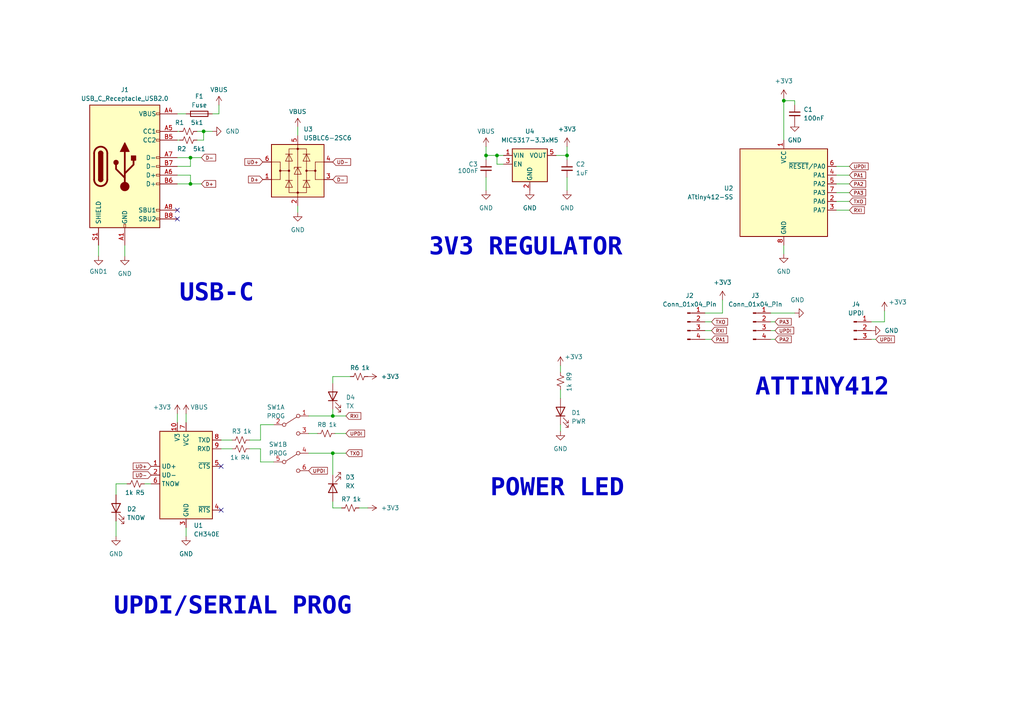
<source format=kicad_sch>
(kicad_sch (version 20230121) (generator eeschema)
  (paper "A4")
  (title_block (title "ATTiny412 Breakout") (date "2024-07-11") (rev "1.0"))
  (lib_symbols
    (symbol "Connector:Conn_01x03_Pin" (pin_names (offset 1.016) hide)
      (property "Reference" "J" (at 0 5.08 0))
      (property "Value" "Conn_01x03_Pin" (at 0 -5.08 0))
      (symbol "Conn_01x03_Pin_1_1"
        (polyline (pts (xy 1.27 -2.54) (xy 0.8636 -2.54)) (stroke (width 0.1524)))
        (polyline (pts (xy 1.27 0) (xy 0.8636 0)) (stroke (width 0.1524)))
        (polyline (pts (xy 1.27 2.54) (xy 0.8636 2.54)) (stroke (width 0.1524)))
        (rectangle (start 0.8636 -2.413) (end 0 -2.667) (stroke (width 0.1524)) (fill (type outline)))
        (rectangle (start 0.8636 0.127) (end 0 -0.127) (stroke (width 0.1524)) (fill (type outline)))
        (rectangle (start 0.8636 2.667) (end 0 2.413) (stroke (width 0.1524)) (fill (type outline)))
        (pin passive line (at 5.08 2.54 180) (length 3.81) (name "Pin_1") (number "1"))
        (pin passive line (at 5.08 0 180) (length 3.81) (name "Pin_2") (number "2"))
        (pin passive line (at 5.08 -2.54 180) (length 3.81) (name "Pin_3") (number "3"))
      )
    )
    (symbol "Connector:Conn_01x04_Pin" (pin_names (offset 1.016) hide)
      (property "Reference" "J" (at 0 5.08 0))
      (property "Value" "Conn_01x04_Pin" (at 0 -7.62 0))
      (symbol "Conn_01x04_Pin_1_1"
        (polyline (pts (xy 1.27 -5.08) (xy 0.8636 -5.08)) (stroke (width 0.1524)))
        (polyline (pts (xy 1.27 -2.54) (xy 0.8636 -2.54)) (stroke (width 0.1524)))
        (polyline (pts (xy 1.27 0) (xy 0.8636 0)) (stroke (width 0.1524)))
        (polyline (pts (xy 1.27 2.54) (xy 0.8636 2.54)) (stroke (width 0.1524)))
        (rectangle (start 0.8636 -4.953) (end 0 -5.207) (stroke (width 0.1524)) (fill (type outline)))
        (rectangle (start 0.8636 -2.413) (end 0 -2.667) (stroke (width 0.1524)) (fill (type outline)))
        (rectangle (start 0.8636 0.127) (end 0 -0.127) (stroke (width 0.1524)) (fill (type outline)))
        (rectangle (start 0.8636 2.667) (end 0 2.413) (stroke (width 0.1524)) (fill (type outline)))
        (pin passive line (at 5.08 2.54 180) (length 3.81) (name "Pin_1") (number "1"))
        (pin passive line (at 5.08 0 180) (length 3.81) (name "Pin_2") (number "2"))
        (pin passive line (at 5.08 -2.54 180) (length 3.81) (name "Pin_3") (number "3"))
        (pin passive line (at 5.08 -5.08 180) (length 3.81) (name "Pin_4") (number "4"))
      )
    )
    (symbol "Connector:USB_C_Receptacle_USB2.0" (pin_names (offset 1.016))
      (property "Reference" "J" (at -10.16 19.05 0))
      (property "Value" "USB_C_Receptacle_USB2.0" (at 19.05 19.05 0))
      (symbol "USB_C_Receptacle_USB2.0_0_0"
        (rectangle (start -0.254 -17.78) (end 0.254 -16.764))
        (rectangle (start 10.16 -14.986) (end 9.144 -15.494))
        (rectangle (start 10.16 -12.446) (end 9.144 -12.954))
        (rectangle (start 10.16 -4.826) (end 9.144 -5.334))
        (rectangle (start 10.16 -2.286) (end 9.144 -2.794))
        (rectangle (start 10.16 0.254) (end 9.144 -0.254))
        (rectangle (start 10.16 2.794) (end 9.144 2.286))
        (rectangle (start 10.16 7.874) (end 9.144 7.366))
        (rectangle (start 10.16 10.414) (end 9.144 9.906))
        (rectangle (start 10.16 15.494) (end 9.144 14.986))
      )
      (symbol "USB_C_Receptacle_USB2.0_0_1"
        (rectangle (start -10.16 17.78) (end 10.16 -17.78) (stroke (width 0.254)) (fill (type background)))
        (arc (start -8.89 -3.81) (mid -6.985 -5.7067) (end -5.08 -3.81) (stroke (width 0.508)))
        (arc (start -7.62 -3.81) (mid -6.985 -4.4423) (end -6.35 -3.81) (stroke (width 0.254)))
        (arc (start -7.62 -3.81) (mid -6.985 -4.4423) (end -6.35 -3.81) (stroke (width 0.254)) (fill (type outline)))
        (rectangle (start -7.62 -3.81) (end -6.35 3.81) (stroke (width 0.254)) (fill (type outline)))
        (arc (start -6.35 3.81) (mid -6.985 4.4423) (end -7.62 3.81) (stroke (width 0.254)))
        (arc (start -6.35 3.81) (mid -6.985 4.4423) (end -7.62 3.81) (stroke (width 0.254)) (fill (type outline)))
        (arc (start -5.08 3.81) (mid -6.985 5.7067) (end -8.89 3.81) (stroke (width 0.508)))
        (circle (center -2.54 1.143) (radius 0.635) (stroke (width 0.254)) (fill (type outline)))
        (circle (center 0 -5.842) (radius 1.27) (fill (type outline)))
        (polyline (pts (xy -8.89 -3.81) (xy -8.89 3.81)) (stroke (width 0.508)))
        (polyline (pts (xy -5.08 3.81) (xy -5.08 -3.81)) (stroke (width 0.508)))
        (polyline (pts (xy 0 -5.842) (xy 0 4.318)) (stroke (width 0.508)))
        (polyline (pts (xy 0 -3.302) (xy -2.54 -0.762) (xy -2.54 0.508)) (stroke (width 0.508)))
        (polyline (pts (xy 0 -2.032) (xy 2.54 0.508) (xy 2.54 1.778)) (stroke (width 0.508)))
        (polyline (pts (xy -1.27 4.318) (xy 0 6.858) (xy 1.27 4.318) (xy -1.27 4.318)) (stroke (width 0.254)) (fill (type outline)))
        (rectangle (start 1.905 1.778) (end 3.175 3.048) (stroke (width 0.254)) (fill (type outline)))
      )
      (symbol "USB_C_Receptacle_USB2.0_1_1"
        (pin passive line (at 0 -22.86 90) (length 5.08) (name "GND") (number "A1"))
        (pin passive line (at 0 -22.86 90) (length 5.08) hide (name "GND") (number "A12"))
        (pin passive line (at 15.24 15.24 180) (length 5.08) (name "VBUS") (number "A4"))
        (pin bidirectional line (at 15.24 10.16 180) (length 5.08) (name "CC1") (number "A5"))
        (pin bidirectional line (at 15.24 -2.54 180) (length 5.08) (name "D+") (number "A6"))
        (pin bidirectional line (at 15.24 2.54 180) (length 5.08) (name "D-") (number "A7"))
        (pin bidirectional line (at 15.24 -12.7 180) (length 5.08) (name "SBU1") (number "A8"))
        (pin passive line (at 15.24 15.24 180) (length 5.08) hide (name "VBUS") (number "A9"))
        (pin passive line (at 0 -22.86 90) (length 5.08) hide (name "GND") (number "B1"))
        (pin passive line (at 0 -22.86 90) (length 5.08) hide (name "GND") (number "B12"))
        (pin passive line (at 15.24 15.24 180) (length 5.08) hide (name "VBUS") (number "B4"))
        (pin bidirectional line (at 15.24 7.62 180) (length 5.08) (name "CC2") (number "B5"))
        (pin bidirectional line (at 15.24 -5.08 180) (length 5.08) (name "D+") (number "B6"))
        (pin bidirectional line (at 15.24 0 180) (length 5.08) (name "D-") (number "B7"))
        (pin bidirectional line (at 15.24 -15.24 180) (length 5.08) (name "SBU2") (number "B8"))
        (pin passive line (at 15.24 15.24 180) (length 5.08) hide (name "VBUS") (number "B9"))
        (pin passive line (at -7.62 -22.86 90) (length 5.08) (name "SHIELD") (number "S1"))
      )
    )
    (symbol "Device:C_Small" (pin_numbers hide) (pin_names (offset 0.254) hide)
      (property "Reference" "C" (at 0.254 1.778 0))
      (property "Value" "C_Small" (at 0.254 -2.032 0))
      (symbol "C_Small_0_1"
        (polyline (pts (xy -1.524 -0.508) (xy 1.524 -0.508)) (stroke (width 0.3302)))
        (polyline (pts (xy -1.524 0.508) (xy 1.524 0.508)) (stroke (width 0.3048)))
      )
      (symbol "C_Small_1_1"
        (pin passive line (at 0 2.54 270) (length 2.032) (name "~") (number "1"))
        (pin passive line (at 0 -2.54 90) (length 2.032) (name "~") (number "2"))
      )
    )
    (symbol "Device:Fuse" (pin_numbers hide) (pin_names (offset 0))
      (property "Reference" "F" (at 2.032 0 90))
      (property "Value" "Fuse" (at -1.905 0 90))
      (symbol "Fuse_0_1"
        (rectangle (start -0.762 -2.54) (end 0.762 2.54) (stroke (width 0.254)))
        (polyline (pts (xy 0 2.54) (xy 0 -2.54)))
      )
      (symbol "Fuse_1_1"
        (pin passive line (at 0 3.81 270) (length 1.27) (name "~") (number "1"))
        (pin passive line (at 0 -3.81 90) (length 1.27) (name "~") (number "2"))
      )
    )
    (symbol "Device:LED" (pin_numbers hide) (pin_names (offset 1.016) hide)
      (property "Reference" "D" (at 0 2.54 0))
      (property "Value" "LED" (at 0 -2.54 0))
      (symbol "LED_0_1"
        (polyline (pts (xy -1.27 -1.27) (xy -1.27 1.27)) (stroke (width 0.254)))
        (polyline (pts (xy -1.27 0) (xy 1.27 0)))
        (polyline (pts (xy 1.27 -1.27) (xy 1.27 1.27) (xy -1.27 0) (xy 1.27 -1.27)) (stroke (width 0.254)))
        (polyline (pts (xy -3.048 -0.762) (xy -4.572 -2.286) (xy -3.81 -2.286) (xy -4.572 -2.286) (xy -4.572 -1.524)))
        (polyline (pts (xy -1.778 -0.762) (xy -3.302 -2.286) (xy -2.54 -2.286) (xy -3.302 -2.286) (xy -3.302 -1.524)))
      )
      (symbol "LED_1_1"
        (pin passive line (at -3.81 0 0) (length 2.54) (name "K") (number "1"))
        (pin passive line (at 3.81 0 180) (length 2.54) (name "A") (number "2"))
      )
    )
    (symbol "Device:R_Small_US" (pin_numbers hide) (pin_names (offset 0.254) hide)
      (property "Reference" "R" (at 0.762 0.508 0))
      (property "Value" "R_Small_US" (at 0.762 -1.016 0))
      (symbol "R_Small_US_1_1"
        (polyline (pts (xy 0 0) (xy 1.016 -0.381) (xy 0 -0.762) (xy -1.016 -1.143) (xy 0 -1.524)))
        (polyline (pts (xy 0 1.524) (xy 1.016 1.143) (xy 0 0.762) (xy -1.016 0.381) (xy 0 0)))
        (pin passive line (at 0 2.54 270) (length 1.016) (name "~") (number "1"))
        (pin passive line (at 0 -2.54 90) (length 1.016) (name "~") (number "2"))
      )
    )
    (symbol "Interface_USB:CH340E"
      (property "Reference" "U" (at -5.08 13.97 0))
      (property "Value" "CH340E" (at 1.27 13.97 0))
      (symbol "CH340E_0_1"
        (rectangle (start -7.62 12.7) (end 7.62 -12.7) (stroke (width 0.254)) (fill (type background)))
      )
      (symbol "CH340E_1_1"
        (pin bidirectional line (at -10.16 2.54 0) (length 2.54) (name "UD+") (number "1"))
        (pin passive line (at -2.54 15.24 270) (length 2.54) (name "V3") (number "10"))
        (pin bidirectional line (at -10.16 0 0) (length 2.54) (name "UD-") (number "2"))
        (pin power_in line (at 0 -15.24 90) (length 2.54) (name "GND") (number "3"))
        (pin output line (at 10.16 -10.16 180) (length 2.54) (name "~{RTS}") (number "4"))
        (pin input line (at 10.16 2.54 180) (length 2.54) (name "~{CTS}") (number "5"))
        (pin output line (at -10.16 -2.54 0) (length 2.54) (name "TNOW") (number "6"))
        (pin power_in line (at 0 15.24 270) (length 2.54) (name "VCC") (number "7"))
        (pin output line (at 10.16 10.16 180) (length 2.54) (name "TXD") (number "8"))
        (pin input line (at 10.16 7.62 180) (length 2.54) (name "RXD") (number "9"))
      )
    )
    (symbol "MCU_Microchip_ATtiny:ATtiny412-SS"
      (property "Reference" "U" (at -12.7 13.97 0))
      (property "Value" "ATtiny412-SS" (at 2.54 -13.97 0))
      (symbol "ATtiny412-SS_0_1"
        (rectangle (start -12.7 -12.7) (end 12.7 12.7) (stroke (width 0.254)) (fill (type background)))
      )
      (symbol "ATtiny412-SS_1_1"
        (pin power_in line (at 0 15.24 270) (length 2.54) (name "VCC") (number "1"))
        (pin bidirectional line (at 15.24 -2.54 180) (length 2.54) (name "PA6") (number "2"))
        (pin bidirectional line (at 15.24 -5.08 180) (length 2.54) (name "PA7") (number "3"))
        (pin bidirectional line (at 15.24 5.08 180) (length 2.54) (name "PA1") (number "4"))
        (pin bidirectional line (at 15.24 2.54 180) (length 2.54) (name "PA2") (number "5"))
        (pin bidirectional line (at 15.24 7.62 180) (length 2.54) (name "~{RESET}/PA0") (number "6"))
        (pin bidirectional line (at 15.24 0 180) (length 2.54) (name "PA3") (number "7"))
        (pin power_in line (at 0 -15.24 90) (length 2.54) (name "GND") (number "8"))
      )
    )
    (symbol "Power_Protection:USBLC6-2SC6" (pin_names hide)
      (property "Reference" "U" (at 2.54 8.89 0))
      (property "Value" "USBLC6-2SC6" (at 2.54 -8.89 0))
      (symbol "USBLC6-2SC6_0_1"
        (rectangle (start -7.62 -7.62) (end 7.62 7.62) (stroke (width 0.254)) (fill (type background)))
        (circle (center -5.08 0) (radius 0.254) (fill (type outline)))
        (circle (center -2.54 0) (radius 0.254) (fill (type outline)))
        (rectangle (start -2.54 6.35) (end 2.54 -6.35))
        (circle (center 0 -6.35) (radius 0.254) (fill (type outline)))
        (polyline (pts (xy -5.08 -2.54) (xy -7.62 -2.54)))
        (polyline (pts (xy -5.08 0) (xy -5.08 -2.54)))
        (polyline (pts (xy -5.08 2.54) (xy -7.62 2.54)))
        (polyline (pts (xy -1.524 -2.794) (xy -3.556 -2.794)))
        (polyline (pts (xy -1.524 4.826) (xy -3.556 4.826)))
        (polyline (pts (xy 0 -7.62) (xy 0 -6.35)))
        (polyline (pts (xy 0 -6.35) (xy 0 1.27)))
        (polyline (pts (xy 0 1.27) (xy 0 6.35)))
        (polyline (pts (xy 0 6.35) (xy 0 7.62)))
        (polyline (pts (xy 1.524 -2.794) (xy 3.556 -2.794)))
        (polyline (pts (xy 1.524 4.826) (xy 3.556 4.826)))
        (polyline (pts (xy 5.08 -2.54) (xy 7.62 -2.54)))
        (polyline (pts (xy 5.08 0) (xy 5.08 -2.54)))
        (polyline (pts (xy 5.08 2.54) (xy 7.62 2.54)))
        (polyline (pts (xy -2.54 0) (xy -5.08 0) (xy -5.08 2.54)))
        (polyline (pts (xy 2.54 0) (xy 5.08 0) (xy 5.08 2.54)))
        (polyline (pts (xy -3.556 -4.826) (xy -1.524 -4.826) (xy -2.54 -2.794) (xy -3.556 -4.826)))
        (polyline (pts (xy -3.556 2.794) (xy -1.524 2.794) (xy -2.54 4.826) (xy -3.556 2.794)))
        (polyline (pts (xy -1.016 -1.016) (xy 1.016 -1.016) (xy 0 1.016) (xy -1.016 -1.016)))
        (polyline (pts (xy 1.016 1.016) (xy 0.762 1.016) (xy -1.016 1.016) (xy -1.016 0.508)))
        (polyline (pts (xy 3.556 -4.826) (xy 1.524 -4.826) (xy 2.54 -2.794) (xy 3.556 -4.826)))
        (polyline (pts (xy 3.556 2.794) (xy 1.524 2.794) (xy 2.54 4.826) (xy 3.556 2.794)))
        (circle (center 0 6.35) (radius 0.254) (fill (type outline)))
        (circle (center 2.54 0) (radius 0.254) (fill (type outline)))
        (circle (center 5.08 0) (radius 0.254) (fill (type outline)))
      )
      (symbol "USBLC6-2SC6_1_1"
        (pin passive line (at -10.16 -2.54 0) (length 2.54) (name "I/O1") (number "1"))
        (pin passive line (at 0 -10.16 90) (length 2.54) (name "GND") (number "2"))
        (pin passive line (at 10.16 -2.54 180) (length 2.54) (name "I/O2") (number "3"))
        (pin passive line (at 10.16 2.54 180) (length 2.54) (name "I/O2") (number "4"))
        (pin passive line (at 0 10.16 270) (length 2.54) (name "VBUS") (number "5"))
        (pin passive line (at -10.16 2.54 0) (length 2.54) (name "I/O1") (number "6"))
      )
    )
    (symbol "Regulator_Linear:MIC5317-3.3xM5" (pin_names (offset 0.254))
      (property "Reference" "U" (at -6.35 6.35 0))
      (property "Value" "MIC5317-3.3xM5" (at 0 6.35 0))
      (symbol "MIC5317-3.3xM5_0_1"
        (rectangle (start -5.08 4.445) (end 5.08 -5.08) (stroke (width 0.254)) (fill (type background)))
      )
      (symbol "MIC5317-3.3xM5_1_1"
        (pin power_in line (at -7.62 2.54 0) (length 2.54) (name "VIN") (number "1"))
        (pin power_in line (at 0 -7.62 90) (length 2.54) (name "GND") (number "2"))
        (pin input line (at -7.62 0 0) (length 2.54) (name "EN") (number "3"))
        (pin no_connect line (at 5.08 0 180) (length 2.54) hide (name "NC") (number "4"))
        (pin power_out line (at 7.62 2.54 180) (length 2.54) (name "VOUT") (number "5"))
      )
    )
    (symbol "Switch:SW_DPDT_x2" (pin_names (offset 0) hide)
      (property "Reference" "SW" (at 0 4.318 0))
      (property "Value" "SW_DPDT_x2" (at 0 -5.08 0))
      (symbol "SW_DPDT_x2_0_0"
        (circle (center -2.032 0) (radius 0.508))
        (circle (center 2.032 -2.54) (radius 0.508))
      )
      (symbol "SW_DPDT_x2_0_1"
        (polyline (pts (xy -1.524 0.254) (xy 1.651 2.286)))
        (circle (center 2.032 2.54) (radius 0.508))
      )
      (symbol "SW_DPDT_x2_1_1"
        (pin passive line (at 5.08 2.54 180) (length 2.54) (name "A") (number "1"))
        (pin passive line (at -5.08 0 0) (length 2.54) (name "B") (number "2"))
        (pin passive line (at 5.08 -2.54 180) (length 2.54) (name "C") (number "3"))
      )
      (symbol "SW_DPDT_x2_2_1"
        (pin passive line (at 5.08 2.54 180) (length 2.54) (name "A") (number "4"))
        (pin passive line (at -5.08 0 0) (length 2.54) (name "B") (number "5"))
        (pin passive line (at 5.08 -2.54 180) (length 2.54) (name "C") (number "6"))
      )
    )
    (symbol "power:+3V3" (power) (pin_names (offset 0))
      (property "Value" "+3V3" (at 0 3.556 0))
      (symbol "+3V3_0_1"
        (polyline (pts (xy -0.762 1.27) (xy 0 2.54)))
        (polyline (pts (xy 0 0) (xy 0 2.54)))
        (polyline (pts (xy 0 2.54) (xy 0.762 1.27)))
      )
      (symbol "+3V3_1_1"
        (pin power_in line (at 0 0 90) (length 0) hide (name "+3V3") (number "1"))
      )
    )
    (symbol "power:GND" (power) (pin_names (offset 0))
      (property "Value" "GND" (at 0 -3.81 0))
      (symbol "GND_0_1"
        (polyline (pts (xy 0 0) (xy 0 -1.27) (xy 1.27 -1.27) (xy 0 -2.54) (xy -1.27 -1.27) (xy 0 -1.27)))
      )
      (symbol "GND_1_1"
        (pin power_in line (at 0 0 270) (length 0) hide (name "GND") (number "1"))
      )
    )
    (symbol "power:GND1" (power) (pin_names (offset 0))
      (property "Value" "GND1" (at 0 -3.81 0))
      (symbol "GND1_0_1"
        (polyline (pts (xy 0 0) (xy 0 -1.27) (xy 1.27 -1.27) (xy 0 -2.54) (xy -1.27 -1.27) (xy 0 -1.27)))
      )
      (symbol "GND1_1_1"
        (pin power_in line (at 0 0 270) (length 0) hide (name "GND1") (number "1"))
      )
    )
    (symbol "power:VBUS" (power) (pin_names (offset 0))
      (property "Value" "VBUS" (at 0 3.81 0))
      (symbol "VBUS_0_1"
        (polyline (pts (xy -0.762 1.27) (xy 0 2.54)))
        (polyline (pts (xy 0 0) (xy 0 2.54)))
        (polyline (pts (xy 0 2.54) (xy 0.762 1.27)))
      )
      (symbol "VBUS_1_1"
        (pin power_in line (at 0 0 90) (length 0) hide (name "VBUS") (number "1"))
      )
    )
  )
  (junction (at 55.245 53.34))
  (junction (at 96.52 131.445))
  (junction (at 144.145 45.085))
  (junction (at 140.97 45.085))
  (junction (at 227.33 29.21))
  (junction (at 55.245 45.72))
  (junction (at 96.52 120.65))
  (junction (at 164.465 45.085))
  (junction (at 59.055 38.1))
  (no_connect (at 51.435 63.5))
  (no_connect (at 64.135 135.255))
  (no_connect (at 64.135 147.955))
  (no_connect (at 51.435 60.96))
  (wire (pts (xy 164.465 45.085) (xy 164.465 46.355)))
  (wire (pts (xy 164.465 42.545) (xy 164.465 45.085)))
  (wire (pts (xy 52.07 40.64) (xy 51.435 40.64)))
  (wire (pts (xy 61.595 33.02) (xy 63.5 33.02)))
  (wire (pts (xy 230.505 90.805) (xy 223.52 90.805)))
  (wire (pts (xy 246.38 58.42) (xy 242.57 58.42)))
  (wire (pts (xy 162.56 115.57) (xy 162.56 113.03)))
  (wire (pts (xy 246.38 55.88) (xy 242.57 55.88)))
  (wire (pts (xy 96.52 109.22) (xy 101.6 109.22)))
  (wire (pts (xy 96.52 120.65) (xy 100.33 120.65)))
  (wire (pts (xy 227.33 29.21) (xy 227.33 40.64)))
  (wire (pts (xy 75.565 133.985) (xy 79.375 133.985)))
  (wire (pts (xy 140.97 42.545) (xy 140.97 45.085)))
  (wire (pts (xy 51.435 48.26) (xy 55.245 48.26)))
  (wire (pts (xy 79.375 123.19) (xy 75.565 123.19)))
  (wire (pts (xy 33.655 140.335) (xy 33.655 143.51)))
  (wire (pts (xy 224.79 95.885) (xy 223.52 95.885)))
  (wire (pts (xy 254 98.425) (xy 252.73 98.425)))
  (wire (pts (xy 57.15 38.1) (xy 59.055 38.1)))
  (wire (pts (xy 161.29 45.085) (xy 164.465 45.085)))
  (wire (pts (xy 51.435 120.015) (xy 51.435 122.555)))
  (wire (pts (xy 96.52 131.445) (xy 96.52 137.795)))
  (wire (pts (xy 209.55 90.805) (xy 209.55 86.995)))
  (wire (pts (xy 162.56 125.095) (xy 162.56 123.19)))
  (wire (pts (xy 96.52 118.745) (xy 96.52 120.65)))
  (wire (pts (xy 59.055 38.1) (xy 61.595 38.1)))
  (wire (pts (xy 52.07 38.1) (xy 51.435 38.1)))
  (wire (pts (xy 28.575 74.295) (xy 28.575 71.12)))
  (wire (pts (xy 55.245 50.8) (xy 55.245 53.34)))
  (wire (pts (xy 246.38 50.8) (xy 242.57 50.8)))
  (wire (pts (xy 256.54 93.345) (xy 256.54 90.17)))
  (wire (pts (xy 96.52 147.32) (xy 96.52 145.415)))
  (wire (pts (xy 36.83 140.335) (xy 33.655 140.335)))
  (wire (pts (xy 92.075 125.73) (xy 89.535 125.73)))
  (wire (pts (xy 144.145 45.085) (xy 140.97 45.085)))
  (wire (pts (xy 53.975 155.575) (xy 53.975 153.035)))
  (wire (pts (xy 246.38 48.26) (xy 242.57 48.26)))
  (wire (pts (xy 206.375 93.345) (xy 204.47 93.345)))
  (wire (pts (xy 33.655 155.575) (xy 33.655 151.13)))
  (wire (pts (xy 96.52 131.445) (xy 100.33 131.445)))
  (wire (pts (xy 75.565 123.19) (xy 75.565 127.635)))
  (wire (pts (xy 55.245 53.34) (xy 58.42 53.34)))
  (wire (pts (xy 72.39 130.175) (xy 75.565 130.175)))
  (wire (pts (xy 144.145 47.625) (xy 144.145 45.085)))
  (wire (pts (xy 41.91 140.335) (xy 43.815 140.335)))
  (wire (pts (xy 86.36 36.83) (xy 86.36 39.37)))
  (wire (pts (xy 227.33 73.66) (xy 227.33 71.12)))
  (wire (pts (xy 224.79 98.425) (xy 223.52 98.425)))
  (wire (pts (xy 89.535 120.65) (xy 96.52 120.65)))
  (wire (pts (xy 140.97 45.085) (xy 140.97 46.355)))
  (wire (pts (xy 252.73 93.345) (xy 256.54 93.345)))
  (wire (pts (xy 246.38 53.34) (xy 242.57 53.34)))
  (wire (pts (xy 206.375 98.425) (xy 204.47 98.425)))
  (wire (pts (xy 51.435 50.8) (xy 55.245 50.8)))
  (wire (pts (xy 246.38 60.96) (xy 242.57 60.96)))
  (wire (pts (xy 224.79 93.345) (xy 223.52 93.345)))
  (wire (pts (xy 59.055 40.64) (xy 59.055 38.1)))
  (wire (pts (xy 227.33 28.575) (xy 227.33 29.21)))
  (wire (pts (xy 72.39 127.635) (xy 75.565 127.635)))
  (wire (pts (xy 230.505 29.21) (xy 230.505 30.48)))
  (wire (pts (xy 146.05 47.625) (xy 144.145 47.625)))
  (wire (pts (xy 104.14 147.32) (xy 106.68 147.32)))
  (wire (pts (xy 99.06 147.32) (xy 96.52 147.32)))
  (wire (pts (xy 206.375 95.885) (xy 204.47 95.885)))
  (wire (pts (xy 204.47 90.805) (xy 209.55 90.805)))
  (wire (pts (xy 55.245 53.34) (xy 51.435 53.34)))
  (wire (pts (xy 67.31 127.635) (xy 64.135 127.635)))
  (wire (pts (xy 100.33 125.73) (xy 97.155 125.73)))
  (wire (pts (xy 57.15 40.64) (xy 59.055 40.64)))
  (wire (pts (xy 63.5 33.02) (xy 63.5 30.48)))
  (wire (pts (xy 162.56 107.95) (xy 162.56 106.045)))
  (wire (pts (xy 53.975 33.02) (xy 51.435 33.02)))
  (wire (pts (xy 164.465 51.435) (xy 164.465 55.245)))
  (wire (pts (xy 96.52 109.22) (xy 96.52 111.125)))
  (wire (pts (xy 36.195 74.295) (xy 36.195 71.12)))
  (wire (pts (xy 55.245 45.72) (xy 55.245 48.26)))
  (wire (pts (xy 227.33 29.21) (xy 230.505 29.21)))
  (wire (pts (xy 51.435 45.72) (xy 55.245 45.72)))
  (wire (pts (xy 55.245 45.72) (xy 58.42 45.72)))
  (wire (pts (xy 53.975 120.015) (xy 53.975 122.555)))
  (wire (pts (xy 75.565 130.175) (xy 75.565 133.985)))
  (wire (pts (xy 64.135 130.175) (xy 67.31 130.175)))
  (wire (pts (xy 146.05 45.085) (xy 144.145 45.085)))
  (wire (pts (xy 86.36 61.595) (xy 86.36 59.69)))
  (wire (pts (xy 140.97 55.245) (xy 140.97 51.435)))
  (wire (pts (xy 89.535 131.445) (xy 96.52 131.445)))
  (text "ATTINY412" (at 219.075 116.84 0) (effects (font (size 5.12 5.12) (thickness 1.024) bold) (justify left bottom)))
  (text "3V3 REGULATOR" (at 124.46 76.2 0) (effects (font (size 5.12 5.12) (thickness 1.024) bold) (justify left bottom)))
  (text "POWER LED" (at 142.24 146.05 0) (effects (font (size 5.12 5.12) (thickness 1.024) bold) (justify left bottom)))
  (text "USB-C" (at 52.07 89.535 0) (effects (font (size 5.12 5.12) (thickness 1.024) bold) (justify left bottom)))
  (text "UPDI/SERIAL PROG" (at 33.02 180.34 0) (effects (font (size 5.12 5.12) (thickness 1.024) bold) (justify left bottom)))
  (global_label "PA1" (shape input) (at 246.38 50.8 0) (effects (font (size 1 1))) (property "Intersheetrefs" "${INTERSHEET_REFS}" (effects hide)))
  (global_label "UD-" (shape input) (at 96.52 46.99 0) (effects (font (size 1 1))) (property "Intersheetrefs" "${INTERSHEET_REFS}" (effects hide)))
  (global_label "TXO" (shape input) (at 206.375 93.345 0) (effects (font (size 1 1))) (property "Intersheetrefs" "${INTERSHEET_REFS}" (effects hide)))
  (global_label "UPDI" (shape input) (at 246.38 48.26 0) (effects (font (size 1 1))) (property "Intersheetrefs" "${INTERSHEET_REFS}" (effects hide)))
  (global_label "D-" (shape input) (at 58.42 45.72 0) (effects (font (size 1 1))) (property "Intersheetrefs" "${INTERSHEET_REFS}" (effects hide)))
  (global_label "TXO" (shape input) (at 100.33 131.445 0) (effects (font (size 1 1))) (property "Intersheetrefs" "${INTERSHEET_REFS}" (effects hide)))
  (global_label "PA2" (shape input) (at 246.38 53.34 0) (effects (font (size 1 1))) (property "Intersheetrefs" "${INTERSHEET_REFS}" (effects hide)))
  (global_label "UPDI" (shape input) (at 89.535 136.525 0) (effects (font (size 1 1))) (property "Intersheetrefs" "${INTERSHEET_REFS}" (effects hide)))
  (global_label "UPDI" (shape input) (at 224.79 95.885 0) (effects (font (size 1 1))) (property "Intersheetrefs" "${INTERSHEET_REFS}" (effects hide)))
  (global_label "PA3" (shape input) (at 224.79 93.345 0) (effects (font (size 1 1))) (property "Intersheetrefs" "${INTERSHEET_REFS}" (effects hide)))
  (global_label "UPDI" (shape input) (at 100.33 125.73 0) (effects (font (size 1 1))) (property "Intersheetrefs" "${INTERSHEET_REFS}" (effects hide)))
  (global_label "D+" (shape input) (at 58.42 53.34 0) (effects (font (size 1 1))) (property "Intersheetrefs" "${INTERSHEET_REFS}" (effects hide)))
  (global_label "RXI" (shape input) (at 100.33 120.65 0) (effects (font (size 1 1))) (property "Intersheetrefs" "${INTERSHEET_REFS}" (effects hide)))
  (global_label "D-" (shape input) (at 96.52 52.07 0) (effects (font (size 1 1))) (property "Intersheetrefs" "${INTERSHEET_REFS}" (effects hide)))
  (global_label "UD+" (shape input) (at 76.2 46.99 180) (effects (font (size 1 1))) (property "Intersheetrefs" "${INTERSHEET_REFS}" (effects hide)))
  (global_label "RXI" (shape input) (at 246.38 60.96 0) (effects (font (size 1 1))) (property "Intersheetrefs" "${INTERSHEET_REFS}" (effects hide)))
  (global_label "RXI" (shape input) (at 206.375 95.885 0) (effects (font (size 1 1))) (property "Intersheetrefs" "${INTERSHEET_REFS}" (effects hide)))
  (global_label "PA1" (shape input) (at 206.375 98.425 0) (effects (font (size 1 1))) (property "Intersheetrefs" "${INTERSHEET_REFS}" (effects hide)))
  (global_label "UD-" (shape input) (at 43.815 137.795 180) (effects (font (size 1 1))) (property "Intersheetrefs" "${INTERSHEET_REFS}" (effects hide)))
  (global_label "D+" (shape input) (at 76.2 52.07 180) (effects (font (size 1 1))) (property "Intersheetrefs" "${INTERSHEET_REFS}" (effects hide)))
  (global_label "UD+" (shape input) (at 43.815 135.255 180) (effects (font (size 1 1))) (property "Intersheetrefs" "${INTERSHEET_REFS}" (effects hide)))
  (global_label "PA2" (shape input) (at 224.79 98.425 0) (effects (font (size 1 1))) (property "Intersheetrefs" "${INTERSHEET_REFS}" (effects hide)))
  (global_label "PA3" (shape input) (at 246.38 55.88 0) (effects (font (size 1 1))) (property "Intersheetrefs" "${INTERSHEET_REFS}" (effects hide)))
  (global_label "TXO" (shape input) (at 246.38 58.42 0) (effects (font (size 1 1))) (property "Intersheetrefs" "${INTERSHEET_REFS}" (effects hide)))
  (global_label "UPDI" (shape input) (at 254 98.425 0) (effects (font (size 1 1))) (property "Intersheetrefs" "${INTERSHEET_REFS}" (effects hide)))
  (symbol (lib_id "Device:R_Small_US") (at 69.85 130.175 270) (unit 1)
    (property "Reference" "R4" (at 71.12 132.715 90))
    (property "Value" "1k" (at 67.945 132.715 90))
    (property "Footprint" "Resistor_SMD:R_0603_1608Metric" (effects hide))
    (property "Datasheet" "https://www.yageo.com/upload/media/product/products/datasheet/rchip/PYu-RC_Group_51_RoHS_L_12.pdf" (effects hide))
  )
  (symbol (lib_id "power:GND") (at 252.73 95.885 90) (unit 1)
    (property "Reference" "#PWR026" (effects hide))
    (property "Value" "GND" (at 256.54 95.885 90) (effects (justify right)))
  )
  (symbol (lib_id "Switch:SW_DPDT_x2") (at 84.455 133.985 0) (unit 2)
    (property "Reference" "SW1" (at 80.645 128.905 0))
    (property "Value" "PROG" (at 80.645 131.445 0))
    (property "Footprint" "ELonginus:SMD DPDT Toggle SS-3235S-L1" (effects hide))
    (property "Datasheet" "https://www.lcsc.com/datasheet/lcsc_datasheet_2110111230_XKB-Connection-SS-3235S-L1_C500055.pdf" (effects hide))
  )
  (symbol (lib_id "Device:LED") (at 96.52 114.935 90) (unit 1)
    (property "Reference" "D4" (at 100.33 115.2525 90) (effects (justify right)))
    (property "Value" "TX" (at 100.33 117.7925 90) (effects (justify right)))
    (property "Footprint" "LED_SMD:LED_0603_1608Metric" (effects hide))
    (property "Datasheet" "https://www.we-online.com/components/products/datasheet/150060BS75000.pdf" (effects hide))
  )
  (symbol (lib_id "Connector:Conn_01x04_Pin") (at 199.39 93.345 0) (unit 1)
    (property "Reference" "J2" (at 200.025 85.725 0))
    (property "Value" "Conn_01x04_Pin" (at 200.025 88.265 0))
    (property "Footprint" "Connector_PinHeader_2.54mm:PinHeader_1x04_P2.54mm_Vertical" (effects hide))
  )
  (symbol (lib_id "Device:C_Small") (at 230.505 33.02 0) (unit 1)
    (property "Reference" "C1" (at 233.045 31.7563 0) (effects (justify left)))
    (property "Value" "100nF" (at 233.045 34.2963 0) (effects (justify left)))
    (property "Footprint" "Capacitor_SMD:C_0603_1608Metric" (effects hide))
    (property "Datasheet" "https://www.yageo.com/upload/media/product/productsearch/datasheet/mlcc/UPY-GPHC_X7R_6.3V-to-250V_24.pdf" (effects hide))
  )
  (symbol (lib_id "power:+3V3") (at 106.68 147.32 270) (unit 1)
    (property "Reference" "#PWR012" (effects hide))
    (property "Value" "+3V3" (at 110.49 147.32 90) (effects (justify left)))
  )
  (symbol (lib_id "Device:Fuse") (at 57.785 33.02 90) (unit 1)
    (property "Reference" "F1" (at 57.785 27.94 90))
    (property "Value" "Fuse" (at 57.785 30.48 90))
    (property "Footprint" "Fuse:Fuse_0603_1608Metric" (effects hide))
    (property "Datasheet" "http://www.kamaya.co.jp/upload/products_pdf/kamaya_products(FMC)_english_20170203_122640.pdf" (effects hide))
  )
  (symbol (lib_id "power:GND") (at 153.67 55.245 0) (unit 1)
    (property "Reference" "#PWR016" (effects hide))
    (property "Value" "GND" (at 153.67 60.325 0))
  )
  (symbol (lib_id "Device:C_Small") (at 164.465 48.895 0) (unit 1)
    (property "Reference" "C2" (at 167.005 47.6313 0) (effects (justify left)))
    (property "Value" "1uF" (at 167.005 50.1713 0) (effects (justify left)))
    (property "Footprint" "Capacitor_SMD:C_0603_1608Metric" (effects hide))
    (property "Datasheet" "https://www.yageo.com/upload/media/product/productsearch/datasheet/mlcc/UPY-GPHC_X7R_6.3V-to-250V_24.pdf" (effects hide))
  )
  (symbol (lib_id "Device:C_Small") (at 140.97 48.895 180) (unit 1)
    (property "Reference" "C3" (at 135.89 47.625 0) (effects (justify right)))
    (property "Value" "100nF" (at 132.715 49.53 0) (effects (justify right)))
    (property "Footprint" "Capacitor_SMD:C_0603_1608Metric" (effects hide))
    (property "Datasheet" "https://www.yageo.com/upload/media/product/productsearch/datasheet/mlcc/UPY-GPHC_X7R_6.3V-to-250V_24.pdf" (effects hide))
  )
  (symbol (lib_id "power:+3V3") (at 209.55 86.995 0) (unit 1)
    (property "Reference" "#PWR023" (effects hide))
    (property "Value" "+3V3" (at 209.55 81.915 0))
  )
  (symbol (lib_id "power:+3V3") (at 51.435 120.015 0) (unit 1)
    (property "Reference" "#PWR020" (effects hide))
    (property "Value" "+3V3" (at 46.99 118.11 0))
  )
  (symbol (lib_id "Device:R_Small_US") (at 101.6 147.32 90) (unit 1)
    (property "Reference" "R7" (at 100.33 144.78 90))
    (property "Value" "1k" (at 103.505 144.78 90))
    (property "Footprint" "Resistor_SMD:R_0603_1608Metric" (effects hide))
    (property "Datasheet" "https://www.yageo.com/upload/media/product/products/datasheet/rchip/PYu-RC_Group_51_RoHS_L_12.pdf" (effects hide))
  )
  (symbol (lib_id "power:GND") (at 140.97 55.245 0) (unit 1)
    (property "Reference" "#PWR017" (effects hide))
    (property "Value" "GND" (at 140.97 60.325 0))
  )
  (symbol (lib_id "power:GND") (at 61.595 38.1 90) (unit 1)
    (property "Reference" "#PWR08" (effects hide))
    (property "Value" "GND" (at 65.405 38.1 90) (effects (justify right)))
  )
  (symbol (lib_id "Device:R_Small_US") (at 69.85 127.635 90) (unit 1)
    (property "Reference" "R3" (at 68.58 125.095 90))
    (property "Value" "1k" (at 71.755 125.095 90))
    (property "Footprint" "Resistor_SMD:R_0603_1608Metric" (effects hide))
    (property "Datasheet" "https://www.yageo.com/upload/media/product/products/datasheet/rchip/PYu-RC_Group_51_RoHS_L_12.pdf" (effects hide))
  )
  (symbol (lib_id "power:GND") (at 230.505 35.56 0) (unit 1)
    (property "Reference" "#PWR014" (effects hide))
    (property "Value" "GND" (at 230.505 40.64 0))
  )
  (symbol (lib_id "power:+3V3") (at 164.465 42.545 0) (unit 1)
    (property "Reference" "#PWR019" (effects hide))
    (property "Value" "+3V3" (at 164.465 37.465 0))
  )
  (symbol (lib_id "power:+3V3") (at 106.68 109.22 270) (unit 1)
    (property "Reference" "#PWR011" (effects hide))
    (property "Value" "+3V3" (at 110.49 109.22 90) (effects (justify left)))
  )
  (symbol (lib_id "power:GND") (at 86.36 61.595 0) (unit 1)
    (property "Reference" "#PWR09" (effects hide))
    (property "Value" "GND" (at 86.36 66.675 0))
  )
  (symbol (lib_id "power:+3V3") (at 162.56 106.045 0) (unit 1)
    (property "Reference" "#PWR021" (effects hide))
    (property "Value" "+3V3" (at 166.37 103.505 0))
  )
  (symbol (lib_id "power:GND") (at 162.56 125.095 0) (unit 1)
    (property "Reference" "#PWR022" (effects hide))
    (property "Value" "GND" (at 162.56 130.175 0))
  )
  (symbol (lib_id "Device:R_Small_US") (at 94.615 125.73 90) (unit 1)
    (property "Reference" "R8" (at 93.345 123.19 90))
    (property "Value" "1k" (at 96.52 123.19 90))
    (property "Footprint" "Resistor_SMD:R_0603_1608Metric" (effects hide))
    (property "Datasheet" "https://www.yageo.com/upload/media/product/products/datasheet/rchip/PYu-RC_Group_51_RoHS_L_12.pdf" (effects hide))
  )
  (symbol (lib_id "power:GND") (at 53.975 155.575 0) (unit 1)
    (property "Reference" "#PWR02" (effects hide))
    (property "Value" "GND" (at 53.975 160.655 0))
  )
  (symbol (lib_id "Device:R_Small_US") (at 54.61 38.1 90) (unit 1)
    (property "Reference" "R1" (at 52.07 35.56 90))
    (property "Value" "5k1" (at 57.15 35.56 90))
    (property "Footprint" "Resistor_SMD:R_0603_1608Metric" (effects hide))
    (property "Datasheet" "https://www.yageo.com/upload/media/product/products/datasheet/rchip/PYu-RC_Group_51_RoHS_L_12.pdf" (effects hide))
  )
  (symbol (lib_id "Power_Protection:USBLC6-2SC6") (at 86.36 49.53 0) (unit 1)
    (property "Reference" "U3" (at 88.0111 37.465 0) (effects (justify left)))
    (property "Value" "USBLC6-2SC6" (at 88.0111 40.005 0) (effects (justify left)))
    (property "Footprint" "Package_TO_SOT_SMD:SOT-23-6" (effects hide))
    (property "Datasheet" "https://www.st.com/resource/en/datasheet/usblc6-2.pdf" (effects hide))
  )
  (symbol (lib_id "Device:LED") (at 96.52 141.605 90) (mirror x) (unit 1)
    (property "Reference" "D3" (at 102.87 138.43 90) (effects (justify left)))
    (property "Value" "RX" (at 102.87 140.97 90) (effects (justify left)))
    (property "Footprint" "LED_SMD:LED_0603_1608Metric" (effects hide))
    (property "Datasheet" "https://www.we-online.com/components/products/datasheet/150060BS75000.pdf" (effects hide))
  )
  (symbol (lib_id "Device:R_Small_US") (at 162.56 110.49 0) (unit 1)
    (property "Reference" "R9" (at 165.1 109.22 90))
    (property "Value" "1k" (at 165.1 112.395 90))
    (property "Footprint" "Resistor_SMD:R_0603_1608Metric" (effects hide))
    (property "Datasheet" "https://www.yageo.com/upload/media/product/products/datasheet/rchip/PYu-RC_Group_51_RoHS_L_12.pdf" (effects hide))
  )
  (symbol (lib_id "power:GND") (at 227.33 73.66 0) (unit 1)
    (property "Reference" "#PWR01" (effects hide))
    (property "Value" "GND" (at 227.33 78.74 0))
  )
  (symbol (lib_id "Device:R_Small_US") (at 104.14 109.22 90) (unit 1)
    (property "Reference" "R6" (at 102.87 106.68 90))
    (property "Value" "1k" (at 106.045 106.68 90))
    (property "Footprint" "Resistor_SMD:R_0603_1608Metric" (effects hide))
    (property "Datasheet" "https://www.yageo.com/upload/media/product/products/datasheet/rchip/PYu-RC_Group_51_RoHS_L_12.pdf" (effects hide))
  )
  (symbol (lib_id "power:GND") (at 36.195 74.295 0) (unit 1)
    (property "Reference" "#PWR06" (effects hide))
    (property "Value" "GND" (at 36.195 79.375 0))
  )
  (symbol (lib_id "Connector:Conn_01x03_Pin") (at 247.65 95.885 0) (unit 1)
    (property "Reference" "J4" (at 248.285 88.265 0))
    (property "Value" "UPDI" (at 248.285 90.805 0))
    (property "Footprint" "ELonginus:1x3_2.54mm_pin_staggered" (effects hide))
  )
  (symbol (lib_id "power:GND1") (at 28.575 74.295 0) (unit 1)
    (property "Reference" "#PWR07" (effects hide))
    (property "Value" "GND1" (at 28.575 78.74 0))
  )
  (symbol (lib_id "Device:R_Small_US") (at 54.61 40.64 90) (unit 1)
    (property "Reference" "R2" (at 52.705 43.18 90))
    (property "Value" "5k1" (at 57.785 43.18 90))
    (property "Footprint" "Resistor_SMD:R_0603_1608Metric" (effects hide))
    (property "Datasheet" "https://www.yageo.com/upload/media/product/products/datasheet/rchip/PYu-RC_Group_51_RoHS_L_12.pdf" (effects hide))
  )
  (symbol (lib_id "Device:LED") (at 162.56 119.38 90) (unit 1)
    (property "Reference" "D1" (at 165.735 119.6975 90) (effects (justify right)))
    (property "Value" "PWR" (at 165.735 122.2375 90) (effects (justify right)))
    (property "Footprint" "LED_SMD:LED_0603_1608Metric" (effects hide))
    (property "Datasheet" "https://www.we-online.com/components/products/datasheet/150060BS75000.pdf" (effects hide))
  )
  (symbol (lib_id "power:+3V3") (at 256.54 90.17 0) (unit 1)
    (property "Reference" "#PWR025" (effects hide))
    (property "Value" "+3V3" (at 260.35 87.63 0))
  )
  (symbol (lib_id "power:VBUS") (at 63.5 30.48 0) (unit 1)
    (property "Reference" "#PWR04" (effects hide))
    (property "Value" "VBUS" (at 63.5 26.035 0))
  )
  (symbol (lib_id "Connector:USB_C_Receptacle_USB2.0") (at 36.195 48.26 0) (unit 1)
    (property "Reference" "J1" (at 36.195 26.035 0))
    (property "Value" "USB_C_Receptacle_USB2.0" (at 36.195 28.575 0))
    (property "Footprint" "Connector_USB:USB_C_Receptacle_G-Switch_GT-USB-7010ASV" (effects hide))
    (property "Datasheet" "https://www.usb.org/sites/default/files/documents/usb_type-c.zip" (effects hide))
  )
  (symbol (lib_id "power:+3V3") (at 227.33 28.575 0) (unit 1)
    (property "Reference" "#PWR03" (effects hide))
    (property "Value" "+3V3" (at 227.33 23.495 0))
  )
  (symbol (lib_id "Connector:Conn_01x04_Pin") (at 218.44 93.345 0) (unit 1)
    (property "Reference" "J3" (at 219.075 85.725 0))
    (property "Value" "Conn_01x04_Pin" (at 219.075 88.265 0))
    (property "Footprint" "Connector_PinHeader_2.54mm:PinHeader_1x04_P2.54mm_Vertical" (effects hide))
  )
  (symbol (lib_id "Interface_USB:CH340E") (at 53.975 137.795 0) (unit 1)
    (property "Reference" "U1" (at 56.1691 152.4 0) (effects (justify left)))
    (property "Value" "CH340E" (at 56.1691 154.94 0) (effects (justify left)))
    (property "Footprint" "Package_SO:MSOP-10_3x3mm_P0.5mm" (effects hide))
    (property "Datasheet" "https://www.mpja.com/download/35227cpdata.pdf" (effects hide))
  )
  (symbol (lib_id "Switch:SW_DPDT_x2") (at 84.455 123.19 0) (unit 1)
    (property "Reference" "SW1" (at 80.01 118.11 0))
    (property "Value" "PROG" (at 80.01 120.65 0))
    (property "Footprint" "ELonginus:SMD DPDT Toggle SS-3235S-L1" (effects hide))
    (property "Datasheet" "https://www.lcsc.com/datasheet/lcsc_datasheet_2110111230_XKB-Connection-SS-3235S-L1_C500055.pdf" (effects hide))
  )
  (symbol (lib_id "power:GND") (at 33.655 155.575 0) (unit 1)
    (property "Reference" "#PWR013" (effects hide))
    (property "Value" "GND" (at 33.655 160.655 0))
  )
  (symbol (lib_id "power:GND") (at 164.465 55.245 0) (unit 1)
    (property "Reference" "#PWR018" (effects hide))
    (property "Value" "GND" (at 164.465 60.325 0))
  )
  (symbol (lib_id "MCU_Microchip_ATtiny:ATtiny412-SS") (at 227.33 55.88 0) (unit 1)
    (property "Reference" "U2" (at 212.725 54.61 0) (effects (justify right)))
    (property "Value" "ATtiny412-SS" (at 212.725 57.15 0) (effects (justify right)))
    (property "Footprint" "Package_SO:SOIC-8_3.9x4.9mm_P1.27mm" (effects hide))
    (property "Datasheet" "http://ww1.microchip.com/downloads/en/DeviceDoc/40001911A.pdf" (effects hide))
  )
  (symbol (lib_id "power:VBUS") (at 86.36 36.83 0) (unit 1)
    (property "Reference" "#PWR05" (effects hide))
    (property "Value" "VBUS" (at 86.36 32.385 0))
  )
  (symbol (lib_id "Device:LED") (at 33.655 147.32 90) (unit 1)
    (property "Reference" "D2" (at 36.83 147.6375 90) (effects (justify right)))
    (property "Value" "TNOW" (at 36.83 150.1775 90) (effects (justify right)))
    (property "Footprint" "LED_SMD:LED_0603_1608Metric" (effects hide))
    (property "Datasheet" "https://www.we-online.com/components/products/datasheet/150060BS75000.pdf" (effects hide))
  )
  (symbol (lib_id "Regulator_Linear:MIC5317-3.3xM5") (at 153.67 47.625 0) (unit 1)
    (property "Reference" "U4" (at 153.67 38.1 0))
    (property "Value" "MIC5317-3.3xM5" (at 153.67 40.64 0))
    (property "Footprint" "Package_TO_SOT_SMD:SOT-23-5" (effects hide))
    (property "Datasheet" "https://ww1.microchip.com/downloads/aemDocuments/documents/OTH/ProductDocuments/DataSheets/MIC5317-High-Performance-Single-150mA-LDO-DS20006195B.pdf" (effects hide))
  )
  (symbol (lib_id "Device:R_Small_US") (at 39.37 140.335 270) (unit 1)
    (property "Reference" "R5" (at 40.64 142.875 90))
    (property "Value" "1k" (at 37.465 142.875 90))
    (property "Footprint" "Resistor_SMD:R_0603_1608Metric" (effects hide))
    (property "Datasheet" "https://www.yageo.com/upload/media/product/products/datasheet/rchip/PYu-RC_Group_51_RoHS_L_12.pdf" (effects hide))
  )
  (symbol (lib_id "power:VBUS") (at 53.975 120.015 0) (unit 1)
    (property "Reference" "#PWR010" (effects hide))
    (property "Value" "VBUS" (at 57.785 118.11 0))
  )
  (symbol (lib_id "power:VBUS") (at 140.97 42.545 0) (unit 1)
    (property "Reference" "#PWR015" (effects hide))
    (property "Value" "VBUS" (at 140.97 38.1 0))
  )
  (symbol (lib_id "power:GND") (at 230.505 90.805 90) (unit 1)
    (property "Reference" "#PWR024" (effects hide))
    (property "Value" "GND" (at 229.235 86.995 90) (effects (justify right)))
  )
)
</source>
